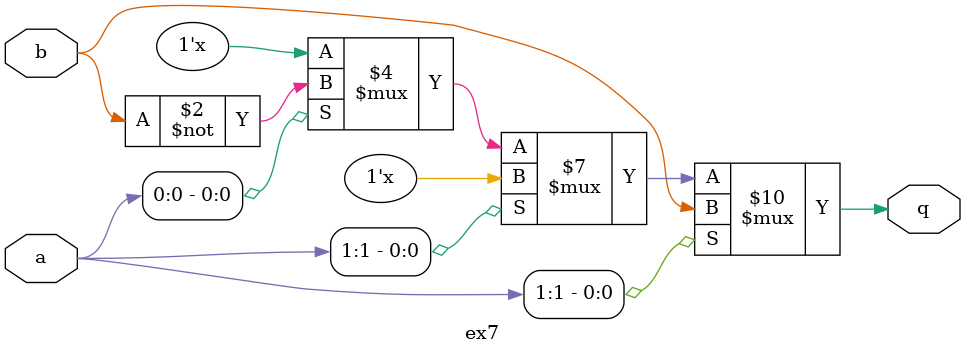
<source format=v>
module ex7(q , a, b);
   output q;
   reg 	  q;
   input [1:0] a;
   input       b;
   always @(a) begin
      if (a[1])      q = b;
      else if (a[0]) q = ~b;
   end
endmodule

</source>
